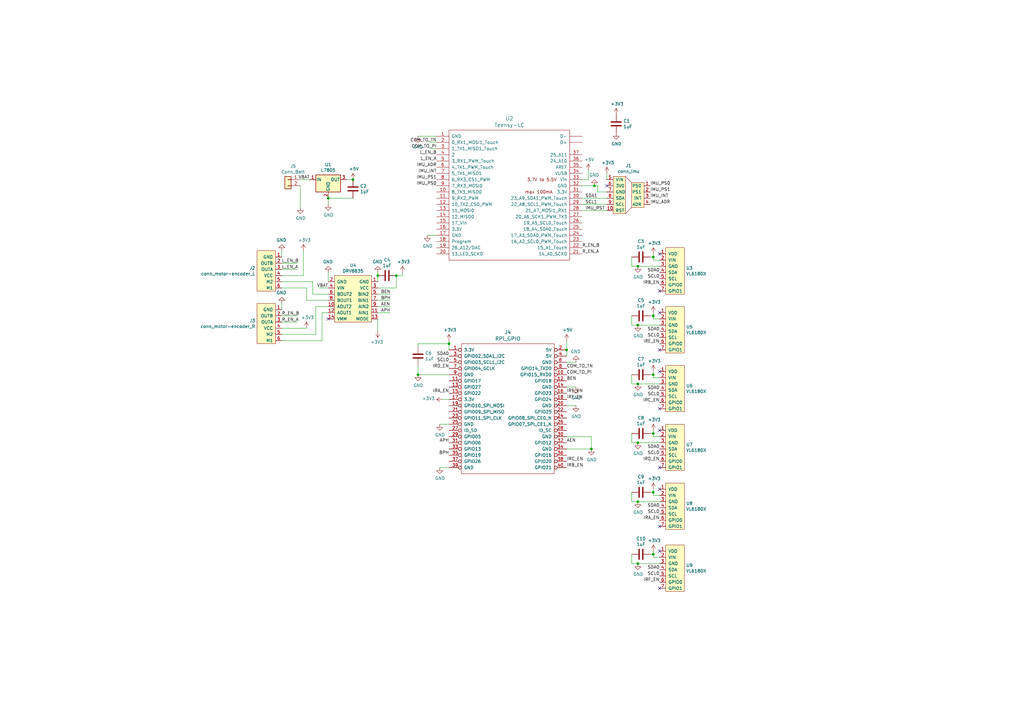
<source format=kicad_sch>
(kicad_sch (version 20211123) (generator eeschema)
  (paper "A3")
  (lib_symbols
    (symbol "Connector-ML:RPi_GPIO" (pin_names (offset 1.016))
      (property "Reference" "J" (at 19.05 6.35 0))
      (property "Value" "Connector-ML_RPi_GPIO" (at 19.05 3.81 0))
      (symbol "RPi_GPIO_0_1"
        (rectangle (start 0 2.54) (end 38.1 -50.8))
      )
      (symbol "RPi_GPIO_1_1"
        (pin power_in inverted (at -5.08 0 0) (length 5.08) (name "3.3V") (number "1"))
        (pin bidirectional inverted (at 43.18 -10.16 180) (length 5.08) (name "GPIO15_RXD0") (number "10"))
        (pin bidirectional inverted (at -5.08 -12.7 0) (length 5.08) (name "GPIO17") (number "11"))
        (pin bidirectional inverted (at 43.18 -12.7 180) (length 5.08) (name "GPIO18") (number "12"))
        (pin bidirectional inverted (at -5.08 -15.24 0) (length 5.08) (name "GPIO27") (number "13"))
        (pin power_in inverted (at 43.18 -15.24 180) (length 5.08) (name "GND") (number "14"))
        (pin bidirectional inverted (at -5.08 -17.78 0) (length 5.08) (name "GPIO22") (number "15"))
        (pin bidirectional inverted (at 43.18 -17.78 180) (length 5.08) (name "GPIO23") (number "16"))
        (pin power_in inverted (at -5.08 -20.32 0) (length 5.08) (name "3.3V") (number "17"))
        (pin bidirectional inverted (at 43.18 -20.32 180) (length 5.08) (name "GPIO24") (number "18"))
        (pin bidirectional inverted (at -5.08 -22.86 0) (length 5.08) (name "GPIO10_SPI_MOSI") (number "19"))
        (pin power_in inverted (at 43.18 0 180) (length 5.08) (name "5V") (number "2"))
        (pin power_in inverted (at 43.18 -22.86 180) (length 5.08) (name "GND") (number "20"))
        (pin bidirectional inverted (at -5.08 -25.4 0) (length 5.08) (name "GPIO09_SPI_MISO") (number "21"))
        (pin bidirectional inverted (at 43.18 -25.4 180) (length 5.08) (name "GPIO25") (number "22"))
        (pin bidirectional inverted (at -5.08 -27.94 0) (length 5.08) (name "GPIO11_SPI_CLK") (number "23"))
        (pin bidirectional inverted (at 43.18 -27.94 180) (length 5.08) (name "GPIO08_SPI_CE0_N") (number "24"))
        (pin power_in inverted (at -5.08 -30.48 0) (length 5.08) (name "GND") (number "25"))
        (pin bidirectional inverted (at 43.18 -30.48 180) (length 5.08) (name "GPIO07_SPI_CE1_N") (number "26"))
        (pin bidirectional inverted (at -5.08 -33.02 0) (length 5.08) (name "ID_SD") (number "27"))
        (pin bidirectional inverted (at 43.18 -33.02 180) (length 5.08) (name "ID_SC") (number "28"))
        (pin bidirectional inverted (at -5.08 -35.56 0) (length 5.08) (name "GPIO05") (number "29"))
        (pin bidirectional inverted (at -5.08 -2.54 0) (length 5.08) (name "GPIO02_SDA1_I2C") (number "3"))
        (pin power_in inverted (at 43.18 -35.56 180) (length 5.08) (name "GND") (number "30"))
        (pin bidirectional inverted (at -5.08 -38.1 0) (length 5.08) (name "GPIO06") (number "31"))
        (pin bidirectional inverted (at 43.18 -38.1 180) (length 5.08) (name "GPIO12") (number "32"))
        (pin bidirectional inverted (at -5.08 -40.64 0) (length 5.08) (name "GPIO13") (number "33"))
        (pin power_in inverted (at 43.18 -40.64 180) (length 5.08) (name "GND") (number "34"))
        (pin bidirectional inverted (at -5.08 -43.18 0) (length 5.08) (name "GPIO19") (number "35"))
        (pin bidirectional inverted (at 43.18 -43.18 180) (length 5.08) (name "GPIO16") (number "36"))
        (pin bidirectional inverted (at -5.08 -45.72 0) (length 5.08) (name "GPIO26") (number "37"))
        (pin bidirectional inverted (at 43.18 -45.72 180) (length 5.08) (name "GPIO20") (number "38"))
        (pin power_in inverted (at -5.08 -48.26 0) (length 5.08) (name "GND") (number "39"))
        (pin power_in inverted (at 43.18 -2.54 180) (length 5.08) (name "5V") (number "4"))
        (pin bidirectional inverted (at 43.18 -48.26 180) (length 5.08) (name "GPIO21") (number "40"))
        (pin bidirectional inverted (at -5.08 -5.08 0) (length 5.08) (name "GPIO03_SCL1_I2C") (number "5"))
        (pin power_in inverted (at 43.18 -5.08 180) (length 5.08) (name "GND") (number "6"))
        (pin bidirectional inverted (at -5.08 -7.62 0) (length 5.08) (name "GPIO04_GCLK") (number "7"))
        (pin bidirectional inverted (at 43.18 -7.62 180) (length 5.08) (name "GPIO14_TXD0") (number "8"))
        (pin power_in inverted (at -5.08 -10.16 0) (length 5.08) (name "GND") (number "9"))
      )
    )
    (symbol "Connector_Generic:Conn_01x02" (pin_names (offset 1.016) hide)
      (property "Reference" "J" (at 0 2.54 0))
      (property "Value" "Conn_01x02" (at 0 -5.08 0))
      (symbol "Conn_01x02_1_1"
        (rectangle (start -1.27 -2.413) (end 0 -2.667) (stroke (width 0.1524)))
        (rectangle (start -1.27 0.127) (end 0 -0.127) (stroke (width 0.1524)))
        (rectangle (start -1.27 1.27) (end 1.27 -3.81) (stroke (width 0.254)) (fill (type background)))
        (pin passive line (at -5.08 0 0) (length 3.81) (name "Pin_1") (number "1"))
        (pin passive line (at -5.08 -2.54 0) (length 3.81) (name "Pin_2") (number "2"))
      )
    )
    (symbol "Device:C" (pin_numbers hide) (pin_names (offset 0.254))
      (property "Reference" "C" (at 0.635 2.54 0))
      (property "Value" "C" (at 0.635 -2.54 0))
      (symbol "C_0_1"
        (polyline (pts (xy -2.032 -0.762) (xy 2.032 -0.762)) (stroke (width 0.508)))
        (polyline (pts (xy -2.032 0.762) (xy 2.032 0.762)) (stroke (width 0.508)))
      )
      (symbol "C_1_1"
        (pin passive line (at 0 3.81 270) (length 2.794) (name "~") (number "1"))
        (pin passive line (at 0 -3.81 90) (length 2.794) (name "~") (number "2"))
      )
    )
    (symbol "Driver_Motor:DRV8835" (pin_names (offset 1.016))
      (property "Reference" "U" (at 0 11.43 0))
      (property "Value" "Driver_Motor_DRV8835" (at 0 -10.16 0))
      (symbol "DRV8835_0_1"
        (rectangle (start -7.62 10.16) (end 7.62 -8.89) (fill (type background)))
      )
      (symbol "DRV8835_1_1"
        (pin input line (at -10.16 7.62 0) (length 2.54) (name "GND") (number "1"))
        (pin input line (at 10.16 -2.54 180) (length 2.54) (name "AOUT2") (number "10"))
        (pin input line (at -10.16 -5.08 0) (length 2.54) (name "AIN1") (number "11"))
        (pin input line (at 10.16 -5.08 180) (length 2.54) (name "AOUT1") (number "12"))
        (pin input line (at -10.16 -7.62 0) (length 2.54) (name "MODE") (number "13"))
        (pin input line (at 10.16 -7.62 180) (length 2.54) (name "VMM") (number "14"))
        (pin input line (at 10.16 7.62 180) (length 2.54) (name "GND") (number "2"))
        (pin input line (at -10.16 5.08 0) (length 2.54) (name "VCC") (number "3"))
        (pin input line (at 10.16 5.08 180) (length 2.54) (name "VIN") (number "4"))
        (pin input line (at -10.16 2.54 0) (length 2.54) (name "BIN2") (number "5"))
        (pin input line (at 10.16 2.54 180) (length 2.54) (name "BOUT2") (number "6"))
        (pin input line (at -10.16 0 0) (length 2.54) (name "BIN1") (number "7"))
        (pin input line (at 10.16 0 180) (length 2.54) (name "BOUT1") (number "8"))
        (pin input line (at -10.16 -2.54 0) (length 2.54) (name "AIN2") (number "9"))
      )
    )
    (symbol "Regulator_Linear:L7805" (pin_names (offset 0.254))
      (property "Reference" "U" (at -3.81 3.175 0))
      (property "Value" "L7805" (at 0 3.175 0))
      (symbol "L7805_0_1"
        (rectangle (start -5.08 1.905) (end 5.08 -5.08) (stroke (width 0.254)) (fill (type background)))
      )
      (symbol "L7805_1_1"
        (pin power_in line (at -7.62 0 0) (length 2.54) (name "IN") (number "1"))
        (pin power_in line (at 0 -7.62 90) (length 2.54) (name "GND") (number "2"))
        (pin power_out line (at 7.62 0 180) (length 2.54) (name "OUT") (number "3"))
      )
    )
    (symbol "Sensor_Proximity:VL6180X" (pin_names (offset 1.016))
      (property "Reference" "U" (at 0 8.89 0))
      (property "Value" "Sensor_Proximity_VL6180X" (at 0 -12.7 0))
      (symbol "VL6180X_0_1"
        (rectangle (start -3.81 7.62) (end 3.81 -11.43) (fill (type background)))
      )
      (symbol "VL6180X_1_1"
        (pin input line (at -6.35 5.08 0) (length 2.54) (name "VDD") (number "1"))
        (pin input line (at -6.35 2.54 0) (length 2.54) (name "VIN") (number "2"))
        (pin input line (at -6.35 0 0) (length 2.54) (name "GND") (number "3"))
        (pin input line (at -6.35 -2.54 0) (length 2.54) (name "SDA") (number "4"))
        (pin input line (at -6.35 -5.08 0) (length 2.54) (name "SCL") (number "5"))
        (pin input line (at -6.35 -7.62 0) (length 2.54) (name "GPIO0") (number "6"))
        (pin input line (at -6.35 -10.16 0) (length 2.54) (name "GPIO1") (number "7"))
      )
    )
    (symbol "pacbot:conn_imu" (pin_names (offset 1.016))
      (property "Reference" "J" (at 0 10.16 0))
      (property "Value" "conn_imu" (at 0 -10.16 0))
      (symbol "conn_imu_0_1"
        (rectangle (start -1.27 5.08) (end -6.35 -5.08) (fill (type background)))
        (polyline (pts (xy -1.27 -5.08) (xy 1.27 -7.62)))
        (polyline (pts (xy -1.27 5.08) (xy 1.27 7.62)))
        (rectangle (start 1.27 3.81) (end 1.27 3.81))
        (rectangle (start 1.27 7.62) (end 6.35 -7.62) (fill (type background)))
      )
      (symbol "conn_imu_1_1"
        (pin input line (at -8.89 3.81 0) (length 2.54) (name "PS0") (number "1"))
        (pin input line (at 8.89 -6.35 180) (length 2.54) (name "RST") (number "10"))
        (pin input line (at -8.89 1.27 0) (length 2.54) (name "PS1") (number "2"))
        (pin input line (at -8.89 -1.27 0) (length 2.54) (name "INT") (number "3"))
        (pin input line (at -8.89 -3.81 0) (length 2.54) (name "ADR") (number "4"))
        (pin input line (at 8.89 6.35 180) (length 2.54) (name "VIN") (number "5"))
        (pin input line (at 8.89 3.81 180) (length 2.54) (name "3V0") (number "6"))
        (pin input line (at 8.89 1.27 180) (length 2.54) (name "GND") (number "7"))
        (pin input line (at 8.89 -1.27 180) (length 2.54) (name "SDA") (number "8"))
        (pin input line (at 8.89 -3.81 180) (length 2.54) (name "SCL") (number "9"))
      )
    )
    (symbol "pacbot:conn_motor-encoder" (pin_names (offset 1.016))
      (property "Reference" "J" (at 0 10.16 0))
      (property "Value" "conn_motor-encoder" (at 0 -8.89 0))
      (symbol "conn_motor-encoder_0_1"
        (rectangle (start -3.81 8.89) (end 3.81 -7.62) (fill (type background)))
      )
      (symbol "conn_motor-encoder_1_1"
        (pin input line (at -6.35 6.35 0) (length 2.54) (name "GND") (number "1"))
        (pin input line (at -6.35 3.81 0) (length 2.54) (name "OUTB") (number "2"))
        (pin input line (at -6.35 1.27 0) (length 2.54) (name "OUTA") (number "3"))
        (pin input line (at -6.35 -1.27 0) (length 2.54) (name "VCC") (number "4"))
        (pin input line (at -6.35 -3.81 0) (length 2.54) (name "M2") (number "5"))
        (pin input line (at -6.35 -6.35 0) (length 2.54) (name "M1") (number "6"))
      )
    )
    (symbol "power:+3.3V" (power) (pin_names (offset 0))
      (property "Value" "+3.3V" (at 0 3.556 0))
      (symbol "+3.3V_0_1"
        (polyline (pts (xy -0.762 1.27) (xy 0 2.54)))
        (polyline (pts (xy 0 0) (xy 0 2.54)))
        (polyline (pts (xy 0 2.54) (xy 0.762 1.27)))
      )
      (symbol "+3.3V_1_1"
        (pin power_in line (at 0 0 90) (length 0) hide (name "+3V3") (number "1"))
      )
    )
    (symbol "power:+5V" (power) (pin_names (offset 0))
      (property "Value" "+5V" (at 0 3.556 0))
      (symbol "+5V_0_1"
        (polyline (pts (xy -0.762 1.27) (xy 0 2.54)))
        (polyline (pts (xy 0 0) (xy 0 2.54)))
        (polyline (pts (xy 0 2.54) (xy 0.762 1.27)))
      )
      (symbol "+5V_1_1"
        (pin power_in line (at 0 0 90) (length 0) hide (name "+5V") (number "1"))
      )
    )
    (symbol "power:GND" (power) (pin_names (offset 0))
      (property "Value" "GND" (at 0 -3.81 0))
      (symbol "GND_0_1"
        (polyline (pts (xy 0 0) (xy 0 -1.27) (xy 1.27 -1.27) (xy 0 -2.54) (xy -1.27 -1.27) (xy 0 -1.27)))
      )
      (symbol "GND_1_1"
        (pin power_in line (at 0 0 270) (length 0) hide (name "GND") (number "1"))
      )
    )
    (symbol "teensy:Teensy-LC" (pin_names (offset 1.016))
      (property "Reference" "U" (at 0 29.21 0))
      (property "Value" "teensy_Teensy-LC" (at 0 -29.21 0))
      (symbol "Teensy-LC_0_0"
        (text "3.7V to 5.5V" (at 13.97 6.35 0) (effects (font (size 1.27 1.27))))
        (text "max 100mA" (at 12.7 1.27 0) (effects (font (size 1.27 1.27))))
      )
      (symbol "Teensy-LC_0_1"
        (rectangle (start -24.13 26.67) (end 25.4 -26.67))
      )
      (symbol "Teensy-LC_1_1"
        (pin power_in line (at -29.21 24.13 0) (length 5.08) (name "GND") (number "1"))
        (pin bidirectional line (at -29.21 1.27 0) (length 5.08) (name "8_TX3_MISO0") (number "10"))
        (pin bidirectional line (at -29.21 -1.27 0) (length 5.08) (name "9_RX2_PWM") (number "11"))
        (pin bidirectional line (at -29.21 -3.81 0) (length 5.08) (name "10_TX2_CS0_PWM") (number "12"))
        (pin bidirectional line (at -29.21 -6.35 0) (length 5.08) (name "11_MOSI0") (number "13"))
        (pin bidirectional line (at -29.21 -8.89 0) (length 5.08) (name "12_MISO0") (number "14"))
        (pin output line (at -29.21 -11.43 0) (length 5.08) (name "17_Vin") (number "15"))
        (pin power_in line (at -29.21 -13.97 0) (length 5.08) (name "3.3V") (number "16"))
        (pin power_in line (at -29.21 -16.51 0) (length 5.08) (name "GND") (number "17"))
        (pin input line (at -29.21 -19.05 0) (length 5.08) (name "Program") (number "18"))
        (pin bidirectional line (at -29.21 -21.59 0) (length 5.08) (name "26_A12/DAC") (number "19"))
        (pin bidirectional line (at -29.21 21.59 0) (length 5.08) (name "0_RX1_MOSI1_Touch") (number "2"))
        (pin bidirectional line (at -29.21 -24.13 0) (length 5.08) (name "13_LED_SCK0") (number "20"))
        (pin bidirectional line (at 30.48 -24.13 180) (length 5.08) (name "14_A0_SCK0") (number "21"))
        (pin bidirectional line (at 30.48 -21.59 180) (length 5.08) (name "15_A1_Touch") (number "22"))
        (pin bidirectional line (at 30.48 -19.05 180) (length 5.08) (name "16_A2_SCL0_PWM_Touch") (number "23"))
        (pin bidirectional line (at 30.48 -16.51 180) (length 5.08) (name "17_A3_SDA0_PWM_Touch") (number "24"))
        (pin bidirectional line (at 30.48 -13.97 180) (length 5.08) (name "18_A4_SDA0_Touch") (number "25"))
        (pin bidirectional line (at 30.48 -11.43 180) (length 5.08) (name "19_A5_SCL0_Touch") (number "26"))
        (pin bidirectional line (at 30.48 -8.89 180) (length 5.08) (name "20_A6_SCK1_PWM_TX3") (number "27"))
        (pin bidirectional line (at 30.48 -6.35 180) (length 5.08) (name "21_A7_MOSI1_RX1") (number "28"))
        (pin bidirectional line (at 30.48 -3.81 180) (length 5.08) (name "22_A8_SCL1_PWM_Touch") (number "29"))
        (pin bidirectional line (at -29.21 19.05 0) (length 5.08) (name "1_TX1_MISO1_Touch") (number "3"))
        (pin bidirectional line (at 30.48 -1.27 180) (length 5.08) (name "23_A9_SDA1_PWM_Touch") (number "30"))
        (pin power_out line (at 30.48 1.27 180) (length 5.08) (name "3.3V") (number "31"))
        (pin power_in line (at 30.48 3.81 180) (length 5.08) (name "GND") (number "32"))
        (pin power_in line (at 30.48 6.35 180) (length 5.08) (name "Vin") (number "33"))
        (pin power_in line (at 30.48 8.89 180) (length 5.08) (name "VUSB") (number "34"))
        (pin input line (at 30.48 11.43 180) (length 5.08) (name "AREF") (number "35"))
        (pin bidirectional line (at 30.48 13.97 180) (length 5.08) (name "24_A10") (number "36"))
        (pin bidirectional line (at 30.48 16.51 180) (length 5.08) (name "25_A11") (number "37"))
        (pin bidirectional line (at -29.21 16.51 0) (length 5.08) (name "2") (number "4"))
        (pin bidirectional line (at -29.21 13.97 0) (length 5.08) (name "3_RX1_PWM_Touch") (number "5"))
        (pin bidirectional line (at -29.21 11.43 0) (length 5.08) (name "4_TX1_PWM_Touch") (number "6"))
        (pin bidirectional line (at -29.21 8.89 0) (length 5.08) (name "5_TX1_MISO1") (number "7"))
        (pin bidirectional line (at -29.21 6.35 0) (length 5.08) (name "6_RX3_CS1_PWM") (number "8"))
        (pin bidirectional line (at -29.21 3.81 0) (length 5.08) (name "7_RX3_MOSI0") (number "9"))
        (pin bidirectional line (at 30.48 21.59 180) (length 5.08) (name "D+") (number "~"))
        (pin bidirectional line (at 30.48 24.13 180) (length 5.08) (name "D-") (number "~"))
      )
    )
  )
  (junction (at 261.62 181.61))
  (junction (at 243.84 76.2))
  (junction (at 242.57 184.15))
  (junction (at 261.62 109.22))
  (junction (at 267.97 129.54))
  (junction (at 261.62 231.14))
  (junction (at 261.62 133.35))
  (junction (at 261.62 157.48))
  (junction (at 134.62 81.28))
  (junction (at 154.94 113.03))
  (junction (at 267.97 153.67))
  (junction (at 267.97 201.93))
  (junction (at 267.97 105.41))
  (junction (at 184.15 140.97))
  (junction (at 267.97 227.33))
  (junction (at 267.97 177.8))
  (junction (at 232.41 143.51))
  (junction (at 261.62 205.74))
  (junction (at 171.45 153.67))
  (junction (at 162.56 113.03))
  (junction (at 144.78 73.66))
  (no_connect (at 270.51 143.51))
  (no_connect (at 248.92 76.2))
  (no_connect (at 270.51 128.27))
  (no_connect (at 270.51 215.9))
  (no_connect (at 270.51 226.06))
  (no_connect (at 270.51 104.14))
  (no_connect (at 270.51 167.64))
  (no_connect (at 270.51 119.38))
  (no_connect (at 134.62 130.81))
  (no_connect (at 270.51 200.66))
  (no_connect (at 270.51 191.77))
  (no_connect (at 270.51 152.4))
  (no_connect (at 270.51 176.53))
  (no_connect (at 270.51 241.3))
  (wire (pts (xy 179.07 60.96) (xy 176.53 60.96)))
  (wire (pts (xy 115.57 139.7) (xy 132.08 139.7)))
  (wire (pts (xy 267.97 105.41) (xy 267.97 106.68)))
  (wire (pts (xy 134.62 83.82) (xy 134.62 81.28)))
  (wire (pts (xy 259.08 105.41) (xy 259.08 109.22)))
  (wire (pts (xy 245.11 78.74) (xy 245.11 76.2)))
  (wire (pts (xy 165.1 113.03) (xy 165.1 111.76)))
  (wire (pts (xy 266.7 105.41) (xy 267.97 105.41)))
  (wire (pts (xy 184.15 139.7) (xy 184.15 140.97)))
  (wire (pts (xy 232.41 158.75) (xy 236.22 158.75)))
  (wire (pts (xy 128.27 120.65) (xy 134.62 120.65)))
  (wire (pts (xy 134.62 111.76) (xy 134.62 115.57)))
  (wire (pts (xy 259.08 157.48) (xy 261.62 157.48)))
  (wire (pts (xy 266.7 129.54) (xy 267.97 129.54)))
  (wire (pts (xy 128.27 115.57) (xy 128.27 120.65)))
  (wire (pts (xy 144.78 81.28) (xy 134.62 81.28)))
  (wire (pts (xy 267.97 228.6) (xy 270.51 228.6)))
  (wire (pts (xy 261.62 133.35) (xy 270.51 133.35)))
  (wire (pts (xy 266.7 201.93) (xy 267.97 201.93)))
  (wire (pts (xy 129.54 125.73) (xy 134.62 125.73)))
  (wire (pts (xy 259.08 201.93) (xy 259.08 205.74)))
  (wire (pts (xy 171.45 140.97) (xy 184.15 140.97)))
  (wire (pts (xy 184.15 140.97) (xy 184.15 143.51)))
  (wire (pts (xy 241.3 73.66) (xy 238.76 73.66)))
  (wire (pts (xy 171.45 142.24) (xy 171.45 140.97)))
  (wire (pts (xy 154.94 118.11) (xy 162.56 118.11)))
  (wire (pts (xy 115.57 137.16) (xy 129.54 137.16)))
  (wire (pts (xy 259.08 181.61) (xy 261.62 181.61)))
  (wire (pts (xy 267.97 152.4) (xy 267.97 153.67)))
  (wire (pts (xy 267.97 128.27) (xy 267.97 129.54)))
  (wire (pts (xy 267.97 200.66) (xy 267.97 201.93)))
  (wire (pts (xy 115.57 113.03) (xy 124.46 113.03)))
  (wire (pts (xy 180.34 173.99) (xy 184.15 173.99)))
  (wire (pts (xy 232.41 143.51) (xy 232.41 139.7)))
  (wire (pts (xy 241.3 69.85) (xy 241.3 73.66)))
  (wire (pts (xy 266.7 153.67) (xy 267.97 153.67)))
  (wire (pts (xy 259.08 231.14) (xy 261.62 231.14)))
  (wire (pts (xy 123.19 76.2) (xy 123.19 85.09)))
  (wire (pts (xy 248.92 86.36) (xy 238.76 86.36)))
  (wire (pts (xy 115.57 115.57) (xy 128.27 115.57)))
  (wire (pts (xy 267.97 179.07) (xy 270.51 179.07)))
  (wire (pts (xy 232.41 184.15) (xy 242.57 184.15)))
  (wire (pts (xy 115.57 134.62) (xy 125.73 134.62)))
  (wire (pts (xy 115.57 110.49) (xy 121.92 110.49)))
  (wire (pts (xy 115.57 124.46) (xy 115.57 127)))
  (wire (pts (xy 245.11 76.2) (xy 243.84 76.2)))
  (wire (pts (xy 171.45 55.88) (xy 179.07 55.88)))
  (wire (pts (xy 154.94 125.73) (xy 160.02 125.73)))
  (wire (pts (xy 154.94 130.81) (xy 154.94 135.89)))
  (wire (pts (xy 115.57 102.87) (xy 115.57 105.41)))
  (wire (pts (xy 129.54 137.16) (xy 129.54 125.73)))
  (wire (pts (xy 243.84 76.2) (xy 238.76 76.2)))
  (wire (pts (xy 171.45 153.67) (xy 184.15 153.67)))
  (wire (pts (xy 267.97 227.33) (xy 267.97 228.6)))
  (wire (pts (xy 232.41 148.59) (xy 236.22 148.59)))
  (wire (pts (xy 259.08 153.67) (xy 259.08 157.48)))
  (wire (pts (xy 142.24 73.66) (xy 144.78 73.66)))
  (wire (pts (xy 259.08 177.8) (xy 259.08 181.61)))
  (wire (pts (xy 162.56 118.11) (xy 162.56 113.03)))
  (wire (pts (xy 248.92 83.82) (xy 238.76 83.82)))
  (wire (pts (xy 267.97 201.93) (xy 267.97 203.2)))
  (wire (pts (xy 261.62 205.74) (xy 270.51 205.74)))
  (wire (pts (xy 232.41 166.37) (xy 236.22 166.37)))
  (wire (pts (xy 115.57 129.54) (xy 121.92 129.54)))
  (wire (pts (xy 261.62 181.61) (xy 270.51 181.61)))
  (wire (pts (xy 154.94 123.19) (xy 160.02 123.19)))
  (wire (pts (xy 248.92 71.12) (xy 248.92 73.66)))
  (wire (pts (xy 171.45 153.67) (xy 171.45 149.86)))
  (wire (pts (xy 259.08 205.74) (xy 261.62 205.74)))
  (wire (pts (xy 267.97 177.8) (xy 267.97 179.07)))
  (wire (pts (xy 261.62 157.48) (xy 270.51 157.48)))
  (wire (pts (xy 242.57 179.07) (xy 242.57 184.15)))
  (wire (pts (xy 124.46 113.03) (xy 124.46 102.87)))
  (wire (pts (xy 179.07 58.42) (xy 176.53 58.42)))
  (wire (pts (xy 238.76 81.28) (xy 248.92 81.28)))
  (wire (pts (xy 259.08 227.33) (xy 259.08 231.14)))
  (wire (pts (xy 125.73 123.19) (xy 134.62 123.19)))
  (wire (pts (xy 267.97 129.54) (xy 267.97 130.81)))
  (wire (pts (xy 232.41 146.05) (xy 232.41 143.51)))
  (wire (pts (xy 132.08 128.27) (xy 134.62 128.27)))
  (wire (pts (xy 267.97 104.14) (xy 267.97 105.41)))
  (wire (pts (xy 261.62 109.22) (xy 270.51 109.22)))
  (wire (pts (xy 181.61 163.83) (xy 184.15 163.83)))
  (wire (pts (xy 232.41 179.07) (xy 242.57 179.07)))
  (wire (pts (xy 115.57 132.08) (xy 121.92 132.08)))
  (wire (pts (xy 267.97 153.67) (xy 267.97 154.94)))
  (wire (pts (xy 267.97 154.94) (xy 270.51 154.94)))
  (wire (pts (xy 259.08 109.22) (xy 261.62 109.22)))
  (wire (pts (xy 125.73 118.11) (xy 125.73 123.19)))
  (wire (pts (xy 127 73.66) (xy 123.19 73.66)))
  (wire (pts (xy 267.97 203.2) (xy 270.51 203.2)))
  (wire (pts (xy 115.57 118.11) (xy 125.73 118.11)))
  (wire (pts (xy 154.94 120.65) (xy 160.02 120.65)))
  (wire (pts (xy 259.08 129.54) (xy 259.08 133.35)))
  (wire (pts (xy 267.97 226.06) (xy 267.97 227.33)))
  (wire (pts (xy 154.94 128.27) (xy 160.02 128.27)))
  (wire (pts (xy 132.08 139.7) (xy 132.08 128.27)))
  (wire (pts (xy 248.92 78.74) (xy 245.11 78.74)))
  (wire (pts (xy 175.26 96.52) (xy 179.07 96.52)))
  (wire (pts (xy 134.62 118.11) (xy 130.81 118.11)))
  (wire (pts (xy 259.08 133.35) (xy 261.62 133.35)))
  (wire (pts (xy 261.62 231.14) (xy 270.51 231.14)))
  (wire (pts (xy 115.57 107.95) (xy 121.92 107.95)))
  (wire (pts (xy 162.56 113.03) (xy 165.1 113.03)))
  (wire (pts (xy 267.97 176.53) (xy 267.97 177.8)))
  (wire (pts (xy 267.97 106.68) (xy 270.51 106.68)))
  (wire (pts (xy 267.97 130.81) (xy 270.51 130.81)))
  (wire (pts (xy 266.7 227.33) (xy 267.97 227.33)))
  (wire (pts (xy 154.94 111.76) (xy 154.94 113.03)))
  (wire (pts (xy 180.34 191.77) (xy 184.15 191.77)))
  (wire (pts (xy 154.94 113.03) (xy 154.94 115.57)))
  (wire (pts (xy 266.7 177.8) (xy 267.97 177.8)))
  (label "IMU_ADR" (at 266.7 83.82 0))
  (label "L_EN_B" (at 179.07 63.5 180))
  (label "VBAT" (at 127 73.66 180))
  (label "BEN" (at 156.21 120.65 0))
  (label "SDA0" (at 270.51 233.68 180))
  (label "SDA1" (at 240.03 81.28 0))
  (label "IRC_EN" (at 270.51 165.1 180))
  (label "BPH" (at 184.15 186.69 180))
  (label "COM_TO_PI" (at 232.41 153.67 0))
  (label "APH" (at 184.15 181.61 180))
  (label "IMU_INT" (at 266.7 81.28 0))
  (label "R_EN_B" (at 238.76 101.6 0))
  (label "SCL1" (at 240.03 83.82 0))
  (label "BPH" (at 156.21 123.19 0))
  (label "IRD_EN" (at 270.51 189.23 180))
  (label "SCL0" (at 270.51 162.56 180))
  (label "IRE_EN" (at 270.51 140.97 180))
  (label "IRE_EN" (at 232.41 161.29 0))
  (label "SDA0" (at 184.15 146.05 180))
  (label "COM_TO_TN" (at 232.41 151.13 0))
  (label "SCL0" (at 184.15 148.59 180))
  (label "IMU_PS0" (at 266.7 76.2 0))
  (label "IMU_PS1" (at 179.07 73.66 180))
  (label "SCL0" (at 270.51 186.69 180))
  (label "SCL0" (at 270.51 236.22 180))
  (label "SDA0" (at 270.51 160.02 180))
  (label "SCL0" (at 270.51 210.82 180))
  (label "R_EN_B" (at 115.57 129.54 0))
  (label "IRA_EN" (at 270.51 213.36 180))
  (label "VBAT" (at 134.62 118.11 180))
  (label "SDA0" (at 270.51 184.15 180))
  (label "SDA0" (at 270.51 135.89 180))
  (label "IRA_EN" (at 184.15 161.29 180))
  (label "IRF_EN" (at 232.41 163.83 0))
  (label "IRB_EN" (at 232.41 191.77 0))
  (label "L_EN_B" (at 115.57 107.95 0))
  (label "IRB_EN" (at 270.51 116.84 180))
  (label "IRC_EN" (at 232.41 189.23 0))
  (label "R_EN_A" (at 238.76 104.14 0))
  (label "IMU_ADR" (at 179.07 68.58 180))
  (label "L_EN_A" (at 115.57 110.49 0))
  (label "SCL0" (at 270.51 138.43 180))
  (label "IRD_EN" (at 184.15 151.13 180))
  (label "IMU_RST" (at 240.03 86.36 0))
  (label "AEN" (at 156.21 125.73 0))
  (label "AEN" (at 232.41 181.61 0))
  (label "SCL0" (at 270.51 114.3 180))
  (label "SDA0" (at 270.51 111.76 180))
  (label "L_EN_A" (at 179.07 66.04 180))
  (label "COM_TO_TN" (at 179.07 58.42 180))
  (label "IMU_PS0" (at 179.07 76.2 180))
  (label "APH" (at 156.21 128.27 0))
  (label "R_EN_A" (at 115.57 132.08 0))
  (label "SDA0" (at 270.51 208.28 180))
  (label "IMU_INT" (at 179.07 71.12 180))
  (label "COM_TO_PI" (at 179.07 60.96 180))
  (label "BEN" (at 232.41 156.21 0))
  (label "IRF_EN" (at 270.51 238.76 180))
  (label "IMU_PS1" (at 266.7 78.74 0))
  (symbol (lib_id "teensy:Teensy-LC") (at 208.28 80.01 0) (unit 1)
    (property "Reference" "U2" (at 208.915 48.5902 0) (effects (font (size 1.524 1.524))))
    (property "Value" "Teensy-LC" (at 208.915 51.2826 0) (effects (font (size 1.524 1.524))))
    (property "Footprint" "teensy:Teensy30_31_32_LC" (effects hide))
  )
  (symbol (lib_id "pacbot:conn_motor-encoder") (at 109.22 111.76 0) (mirror y) (unit 1)
    (property "Reference" "J2" (at 104.6988 109.9566 0) (effects (justify left)))
    (property "Value" "conn_motor-encoder_L" (at 104.6988 112.268 0) (effects (justify left)))
    (property "Footprint" "Connector_JST:JST_PH_B6B-PH-K_1x06_P2.00mm_Vertical" (effects hide))
  )
  (symbol (lib_id "pacbot:conn_motor-encoder") (at 109.22 133.35 0) (mirror y) (unit 1)
    (property "Reference" "J3" (at 104.6988 131.5466 0) (effects (justify left)))
    (property "Value" "conn_motor-encoder_R" (at 104.6988 133.858 0) (effects (justify left)))
    (property "Footprint" "Connector_JST:JST_PH_B6B-PH-K_1x06_P2.00mm_Vertical" (effects hide))
  )
  (symbol (lib_id "Connector-ML:RPi_GPIO") (at 189.23 143.51 0) (unit 1)
    (property "Reference" "J4" (at 208.28 136.2202 0) (effects (font (size 1.524 1.524))))
    (property "Value" "RPi_GPIO" (at 208.28 138.9126 0) (effects (font (size 1.524 1.524))))
    (property "Footprint" "ADA3708:ADA3708_RPI-ZERO" (effects hide))
  )
  (symbol (lib_id "Regulator_Linear:L7805") (at 134.62 73.66 0) (unit 1)
    (property "Reference" "U1" (at 134.62 67.5132 0))
    (property "Value" "L7805" (at 134.62 69.8246 0))
    (property "Footprint" "Connector_Stocko:Stocko_MKS_1653-6-0-303_1x3_P2.50mm_Vertical" (effects hide))
    (property "Datasheet" "http://www.st.com/content/ccc/resource/technical/document/datasheet/41/4f/b3/b0/12/d4/47/88/CD00000444.pdf/files/CD00000444.pdf/jcr:content/translations/en.CD00000444.pdf" (effects hide))
  )
  (symbol (lib_id "Driver_Motor:DRV8835") (at 144.78 123.19 0) (mirror y) (unit 1)
    (property "Reference" "U4" (at 144.78 108.839 0))
    (property "Value" "DRV8835" (at 144.78 111.1504 0))
    (property "Footprint" "pacbot:drv8835" (effects hide))
  )
  (symbol (lib_id "Sensor_Proximity:VL6180X") (at 276.86 109.22 0) (unit 1)
    (property "Reference" "U3" (at 281.3812 109.9566 0) (effects (justify left)))
    (property "Value" "VL6180X" (at 281.3812 112.268 0) (effects (justify left)))
    (property "Footprint" "pacbot:conn_ir" (effects hide))
  )
  (symbol (lib_id "pacbot:conn_imu") (at 257.81 80.01 0) (mirror y) (unit 1)
    (property "Reference" "J1" (at 257.81 67.945 0))
    (property "Value" "conn_imu" (at 257.81 70.2564 0))
    (property "Footprint" "pacbot:conn_imu" (effects hide))
  )
  (symbol (lib_id "power:GND") (at 134.62 111.76 180) (unit 1)
    (property "Reference" "#PWR012" (effects hide))
    (property "Value" "GND" (at 134.493 107.3658 0))
  )
  (symbol (lib_id "power:+3.3V") (at 124.46 102.87 0) (unit 1)
    (property "Reference" "#PWR09" (effects hide))
    (property "Value" "+3.3V" (at 124.841 98.4758 0))
  )
  (symbol (lib_id "power:+3.3V") (at 125.73 134.62 0) (unit 1)
    (property "Reference" "#PWR018" (effects hide))
    (property "Value" "+3.3V" (at 126.111 130.2258 0))
  )
  (symbol (lib_id "power:GND") (at 115.57 102.87 180) (unit 1)
    (property "Reference" "#PWR08" (effects hide))
    (property "Value" "GND" (at 115.443 98.4758 0))
  )
  (symbol (lib_id "power:GND") (at 115.57 124.46 180) (unit 1)
    (property "Reference" "#PWR015" (effects hide))
    (property "Value" "GND" (at 115.443 120.0658 0))
  )
  (symbol (lib_id "power:GND") (at 154.94 111.76 180) (unit 1)
    (property "Reference" "#PWR013" (effects hide))
    (property "Value" "GND" (at 154.813 107.3658 0))
  )
  (symbol (lib_id "power:+3.3V") (at 165.1 111.76 0) (unit 1)
    (property "Reference" "#PWR014" (effects hide))
    (property "Value" "+3.3V" (at 165.481 107.3658 0))
  )
  (symbol (lib_id "power:+3.3V") (at 181.61 163.83 90) (unit 1)
    (property "Reference" "#PWR027" (effects hide))
    (property "Value" "+3.3V" (at 178.3588 163.449 90) (effects (justify left)))
  )
  (symbol (lib_id "power:+3.3V") (at 184.15 139.7 0) (unit 1)
    (property "Reference" "#PWR020" (effects hide))
    (property "Value" "+3.3V" (at 184.531 135.3058 0))
  )
  (symbol (lib_id "power:GND") (at 171.45 153.67 0) (unit 1)
    (property "Reference" "#PWR024" (effects hide))
    (property "Value" "GND" (at 171.577 158.0642 0))
  )
  (symbol (lib_id "power:GND") (at 180.34 173.99 0) (unit 1)
    (property "Reference" "#PWR029" (effects hide))
    (property "Value" "GND" (at 180.467 178.3842 0))
  )
  (symbol (lib_id "power:GND") (at 180.34 191.77 0) (unit 1)
    (property "Reference" "#PWR034" (effects hide))
    (property "Value" "GND" (at 180.467 196.1642 0))
  )
  (symbol (lib_id "power:GND") (at 242.57 184.15 0) (unit 1)
    (property "Reference" "#PWR033" (effects hide))
    (property "Value" "GND" (at 242.697 188.5442 0))
  )
  (symbol (lib_id "power:GND") (at 236.22 166.37 0) (unit 1)
    (property "Reference" "#PWR028" (effects hide))
    (property "Value" "GND" (at 236.347 170.7642 0))
  )
  (symbol (lib_id "power:GND") (at 236.22 158.75 0) (unit 1)
    (property "Reference" "#PWR026" (effects hide))
    (property "Value" "GND" (at 236.347 163.1442 0))
  )
  (symbol (lib_id "power:GND") (at 236.22 148.59 180) (unit 1)
    (property "Reference" "#PWR022" (effects hide))
    (property "Value" "GND" (at 236.093 144.1958 0))
  )
  (symbol (lib_id "power:+5V") (at 232.41 139.7 0) (unit 1)
    (property "Reference" "#PWR021" (effects hide))
    (property "Value" "+5V" (at 232.791 135.3058 0))
  )
  (symbol (lib_id "power:+3.3V") (at 248.92 71.12 0) (unit 1)
    (property "Reference" "#PWR03" (effects hide))
    (property "Value" "+3.3V" (at 249.301 66.7258 0))
  )
  (symbol (lib_id "power:GND") (at 243.84 76.2 180) (unit 1)
    (property "Reference" "#PWR05" (effects hide))
    (property "Value" "GND" (at 243.713 71.8058 0))
  )
  (symbol (lib_id "power:+3.3V") (at 267.97 104.14 0) (unit 1)
    (property "Reference" "#PWR010" (effects hide))
    (property "Value" "+3.3V" (at 268.351 99.7458 0))
  )
  (symbol (lib_id "power:GND") (at 261.62 109.22 0) (unit 1)
    (property "Reference" "#PWR011" (effects hide))
    (property "Value" "GND" (at 261.747 113.6142 0))
  )
  (symbol (lib_id "Sensor_Proximity:VL6180X") (at 276.86 133.35 0) (unit 1)
    (property "Reference" "U5" (at 281.3812 134.0866 0) (effects (justify left)))
    (property "Value" "VL6180X" (at 281.3812 136.398 0) (effects (justify left)))
    (property "Footprint" "pacbot:conn_ir" (effects hide))
  )
  (symbol (lib_id "power:+3.3V") (at 267.97 128.27 0) (unit 1)
    (property "Reference" "#PWR016" (effects hide))
    (property "Value" "+3.3V" (at 268.351 123.8758 0))
  )
  (symbol (lib_id "power:GND") (at 261.62 133.35 0) (unit 1)
    (property "Reference" "#PWR017" (effects hide))
    (property "Value" "GND" (at 261.747 137.7442 0))
  )
  (symbol (lib_id "Sensor_Proximity:VL6180X") (at 276.86 157.48 0) (unit 1)
    (property "Reference" "U6" (at 281.3812 158.2166 0) (effects (justify left)))
    (property "Value" "VL6180X" (at 281.3812 160.528 0) (effects (justify left)))
    (property "Footprint" "pacbot:conn_ir" (effects hide))
  )
  (symbol (lib_id "power:+3.3V") (at 267.97 152.4 0) (unit 1)
    (property "Reference" "#PWR023" (effects hide))
    (property "Value" "+3.3V" (at 268.351 148.0058 0))
  )
  (symbol (lib_id "power:GND") (at 261.62 157.48 0) (unit 1)
    (property "Reference" "#PWR025" (effects hide))
    (property "Value" "GND" (at 261.747 161.8742 0))
  )
  (symbol (lib_id "Sensor_Proximity:VL6180X") (at 276.86 181.61 0) (unit 1)
    (property "Reference" "U7" (at 281.3812 182.3466 0) (effects (justify left)))
    (property "Value" "VL6180X" (at 281.3812 184.658 0) (effects (justify left)))
    (property "Footprint" "pacbot:conn_ir" (effects hide))
  )
  (symbol (lib_id "power:+3.3V") (at 267.97 176.53 0) (unit 1)
    (property "Reference" "#PWR030" (effects hide))
    (property "Value" "+3.3V" (at 268.351 172.1358 0))
  )
  (symbol (lib_id "power:GND") (at 261.62 181.61 0) (unit 1)
    (property "Reference" "#PWR032" (effects hide))
    (property "Value" "GND" (at 261.747 186.0042 0))
  )
  (symbol (lib_id "power:+3.3V") (at 154.94 135.89 180) (unit 1)
    (property "Reference" "#PWR019" (effects hide))
    (property "Value" "+3.3V" (at 154.559 140.2842 0))
  )
  (symbol (lib_id "power:GND") (at 175.26 96.52 0) (unit 1)
    (property "Reference" "#PWR07" (effects hide))
    (property "Value" "GND" (at 175.387 100.9142 0))
  )
  (symbol (lib_id "power:+5V") (at 144.78 73.66 0) (unit 1)
    (property "Reference" "#PWR04" (effects hide))
    (property "Value" "+5V" (at 145.161 69.2658 0))
  )
  (symbol (lib_id "power:GND") (at 134.62 83.82 0) (unit 1)
    (property "Reference" "#PWR06" (effects hide))
    (property "Value" "GND" (at 134.747 88.2142 0))
  )
  (symbol (lib_id "power:+5V") (at 241.3 69.85 0) (unit 1)
    (property "Reference" "#PWR02" (effects hide))
    (property "Value" "+5V" (at 241.681 65.4558 0))
  )
  (symbol (lib_id "power:GND") (at 171.45 55.88 0) (unit 1)
    (property "Reference" "#PWR01" (effects hide))
    (property "Value" "GND" (at 171.577 60.2742 0))
  )
  (symbol (lib_id "Device:C") (at 252.73 50.8 0) (unit 1)
    (property "Reference" "C1" (at 255.651 49.6316 0) (effects (justify left)))
    (property "Value" "1uF" (at 255.651 51.943 0) (effects (justify left)))
    (property "Footprint" "Capacitor_SMD:C_0603_1608Metric" (effects hide))
  )
  (symbol (lib_id "power:GND") (at 252.73 54.61 0) (unit 1)
    (property "Reference" "#PWR037" (effects hide))
    (property "Value" "GND" (at 252.857 59.0042 0))
  )
  (symbol (lib_id "power:+3.3V") (at 252.73 46.99 0) (unit 1)
    (property "Reference" "#PWR036" (effects hide))
    (property "Value" "+3.3V" (at 253.111 42.5958 0))
  )
  (symbol (lib_id "Device:C") (at 144.78 77.47 0) (unit 1)
    (property "Reference" "C2" (at 147.701 76.3016 0) (effects (justify left)))
    (property "Value" "1uF" (at 147.701 78.613 0) (effects (justify left)))
    (property "Footprint" "Capacitor_SMD:C_0603_1608Metric" (effects hide))
  )
  (symbol (lib_id "Device:C") (at 262.89 105.41 90) (unit 1)
    (property "Reference" "C3" (at 262.89 99.0092 90))
    (property "Value" "1uF" (at 262.89 101.3206 90))
    (property "Footprint" "Capacitor_SMD:C_0603_1608Metric" (effects hide))
  )
  (symbol (lib_id "Device:C") (at 262.89 129.54 270) (unit 1)
    (property "Reference" "C5" (at 262.89 123.1392 90))
    (property "Value" "1uF" (at 262.89 125.4506 90))
    (property "Footprint" "Capacitor_SMD:C_0603_1608Metric" (effects hide))
  )
  (symbol (lib_id "Device:C") (at 262.89 153.67 270) (unit 1)
    (property "Reference" "C7" (at 262.89 147.2692 90))
    (property "Value" "1uF" (at 262.89 149.5806 90))
    (property "Footprint" "Capacitor_SMD:C_0603_1608Metric" (effects hide))
  )
  (symbol (lib_id "Device:C") (at 262.89 177.8 270) (unit 1)
    (property "Reference" "C8" (at 262.89 171.3992 90))
    (property "Value" "1uF" (at 262.89 173.7106 90))
    (property "Footprint" "Capacitor_SMD:C_0603_1608Metric" (effects hide))
  )
  (symbol (lib_id "Device:C") (at 171.45 146.05 0) (unit 1)
    (property "Reference" "C6" (at 174.371 144.8816 0) (effects (justify left)))
    (property "Value" "1uF" (at 174.371 147.193 0) (effects (justify left)))
    (property "Footprint" "Capacitor_SMD:C_0603_1608Metric" (effects hide))
  )
  (symbol (lib_id "Device:C") (at 158.75 113.03 270) (unit 1)
    (property "Reference" "C4" (at 158.75 106.6292 90))
    (property "Value" "1uF" (at 158.75 108.9406 90))
    (property "Footprint" "Capacitor_SMD:C_0603_1608Metric" (effects hide))
  )
  (symbol (lib_id "Connector_Generic:Conn_01x02") (at 118.11 73.66 0) (mirror y) (unit 1)
    (property "Reference" "J5" (at 120.1928 68.1482 0))
    (property "Value" "Conn_Batt" (at 120.1928 70.4596 0))
    (property "Footprint" "Connector_JST:JST_PH_B2B-PH-K_1x02_P2.00mm_Vertical" (effects hide))
  )
  (symbol (lib_id "power:GND") (at 123.19 85.09 0) (unit 1)
    (property "Reference" "#PWR035" (effects hide))
    (property "Value" "GND" (at 123.317 89.4842 0))
  )
  (symbol (lib_id "Sensor_Proximity:VL6180X") (at 276.86 231.14 0) (unit 1)
    (property "Reference" "U9" (at 281.3812 231.8766 0) (effects (justify left)))
    (property "Value" "VL6180X" (at 281.3812 234.188 0) (effects (justify left)))
    (property "Footprint" "pacbot:conn_ir" (effects hide))
  )
  (symbol (lib_id "Device:C") (at 262.89 201.93 270) (unit 1)
    (property "Reference" "C9" (at 262.89 195.5292 90))
    (property "Value" "1uF" (at 262.89 197.8406 90))
    (property "Footprint" "Capacitor_SMD:C_0603_1608Metric" (effects hide))
  )
  (symbol (lib_id "Sensor_Proximity:VL6180X") (at 276.86 205.74 0) (unit 1)
    (property "Reference" "U8" (at 281.3812 206.4766 0) (effects (justify left)))
    (property "Value" "VL6180X" (at 281.3812 208.788 0) (effects (justify left)))
    (property "Footprint" "pacbot:conn_ir" (effects hide))
  )
  (symbol (lib_id "power:GND") (at 261.62 205.74 0) (unit 1)
    (property "Reference" "#PWR031" (effects hide))
    (property "Value" "GND" (at 261.747 210.1342 0))
  )
  (symbol (lib_id "power:+3.3V") (at 267.97 226.06 0) (unit 1)
    (property "Reference" "#PWR040" (effects hide))
    (property "Value" "+3.3V" (at 268.351 221.6658 0))
  )
  (symbol (lib_id "Device:C") (at 262.89 227.33 270) (unit 1)
    (property "Reference" "C10" (at 262.89 220.9292 90))
    (property "Value" "1uF" (at 262.89 223.2406 90))
    (property "Footprint" "Capacitor_SMD:C_0603_1608Metric" (effects hide))
  )
  (symbol (lib_id "power:+3.3V") (at 267.97 200.66 0) (unit 1)
    (property "Reference" "#PWR038" (effects hide))
    (property "Value" "+3.3V" (at 268.351 196.2658 0))
  )
  (symbol (lib_id "power:GND") (at 261.62 231.14 0) (unit 1)
    (property "Reference" "#PWR039" (effects hide))
    (property "Value" "GND" (at 261.747 235.5342 0))
  )
)
</source>
